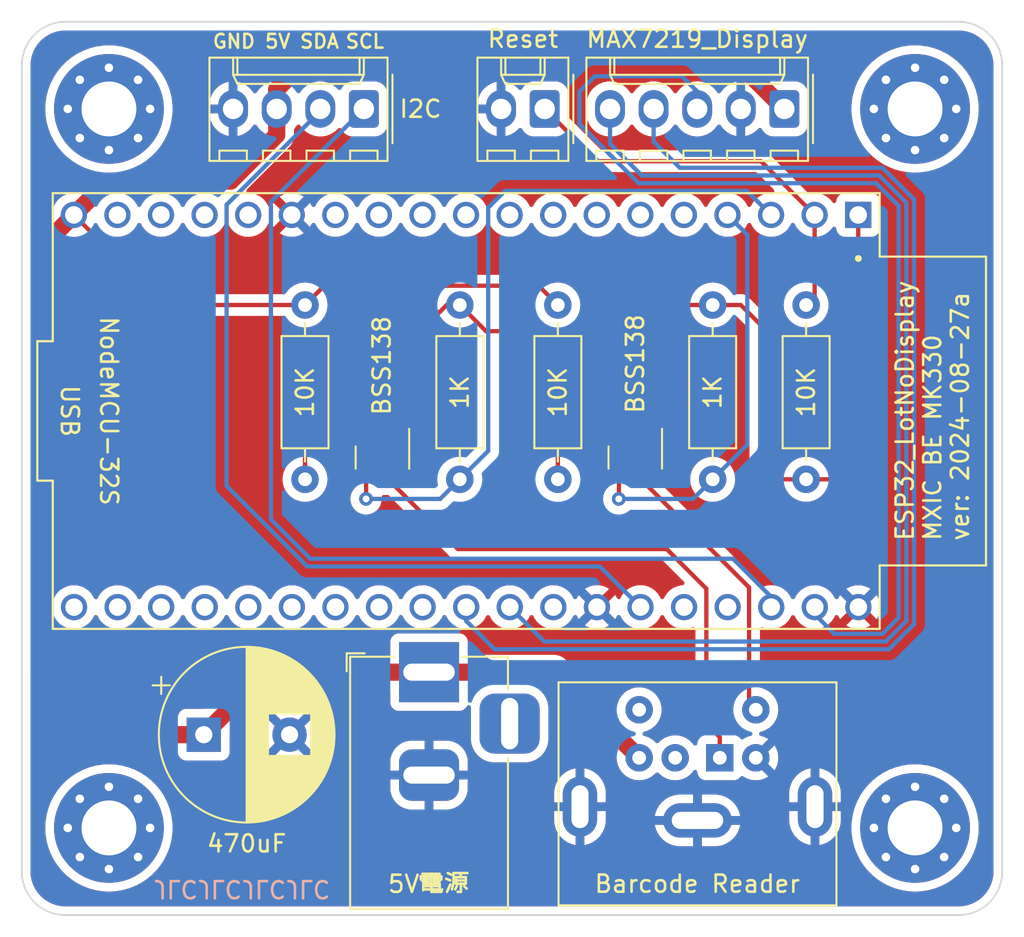
<source format=kicad_pcb>
(kicad_pcb (version 20211014) (generator pcbnew)
  (layers (0 "F.Cu" signal) (31 "B.Cu" signal) (34 "B.Paste" user) (35 "F.Paste" user) (36 "B.SilkS" user "B.Silkscreen") (37 "F.SilkS" user "F.Silkscreen") (38 "B.Mask" user) (39 "F.Mask" user) (44 "Edge.Cuts" user))
  (net 0 "")
  (net 1 "+5V")
  (net 2 "GND")
  (net 3 "DIN")
  (net 4 "CS")
  (net 5 "+3.3V")
  (net 6 "PS2-CLK")
  (net 7 "PS2-Data")
  (net 8 "EN")
  (net 16 "CLK")
  (net 18 "SCL")
  (net 19 "SDA")
  (net 22 "Net-(J1-Pad1)")
  (net 24 "Net-(J1-Pad5)")
  (footprint "MountingHole:MountingHole_3.2mm_M3_Pad_Via" (layer "F.Cu") (at 72.39 72.39)
    (fp_text reference "H3")
    (fp_text value "MountingHole" hide)
    (pad "1" thru_hole circle (at 1.697056 -1.697056) (size 0.8 0.8) (drill 0.5) (layers *.Cu *.Mask))
    (pad "1" thru_hole circle (at 0 -2.4) (size 0.8 0.8) (drill 0.5) (layers *.Cu *.Mask))
    (pad "1" thru_hole circle (at 0 0) (size 6.4 6.4) (drill 3.2) (layers *.Cu *.Mask))
    (pad "1" thru_hole circle (at -1.697056 -1.697056) (size 0.8 0.8) (drill 0.5) (layers *.Cu *.Mask))
    (pad "1" thru_hole circle (at -1.697056 1.697056) (size 0.8 0.8) (drill 0.5) (layers *.Cu *.Mask))
    (pad "1" thru_hole circle (at -2.4 0) (size 0.8 0.8) (drill 0.5) (layers *.Cu *.Mask))
    (pad "1" thru_hole circle (at 0 2.4) (size 0.8 0.8) (drill 0.5) (layers *.Cu *.Mask))
    (pad "1" thru_hole circle (at 1.697056 1.697056) (size 0.8 0.8) (drill 0.5) (layers *.Cu *.Mask))
    (pad "1" thru_hole circle (at 2.4 0) (size 0.8 0.8) (drill 0.5) (layers *.Cu *.Mask))
  )
  (footprint "Resistor_THT:R_Axial_DIN0207_L6.3mm_D2.5mm_P10.16mm_Horizontal" (layer "F.Cu") (at 66.04 41.91 -90)
    (fp_text reference "R8")
    (fp_text value "10K" (at 5.08 0 90) (layer "F.SilkS"))
    (pad "1" thru_hole circle (at 0 0 270) (size 1.6 1.6) (drill 0.8) (layers *.Cu *.Mask) (net 8 "EN"))
    (pad "2" thru_hole oval (at 10.16 0 270) (size 1.6 1.6) (drill 0.8) (layers *.Cu *.Mask) (net 5 "+3.3V"))
  )
  (footprint "Connector_Molex:Molex_KK-254_AE-6410-02A_1x02_P2.54mm_Vertical" (layer "F.Cu") (at 50.8 30.48 180)
    (fp_text reference "J4")
    (fp_text value "Reset" (at 1.27 4.08) (layer "F.SilkS"))
    (pad "1" thru_hole roundrect (at 0 0 180) (size 1.74 2.19) (drill 1.19) (layers *.Cu *.Mask) (roundrect_rratio 0.143678) (net 8 "EN"))
    (pad "2" thru_hole oval (at 2.54 0 180) (size 1.74 2.19) (drill 1.19) (layers *.Cu *.Mask) (net 2 "GND"))
  )
  (footprint "Connector_Molex:Molex_KK-254_AE-6410-04A_1x04_P2.54mm_Vertical" (layer "F.Cu") (at 40.259 30.48 180)
    (fp_text reference "J5")
    (fp_text value "I2C" (at -3.302 0) (layer "F.SilkS"))
    (pad "1" thru_hole roundrect (at 0 0 180) (size 1.74 2.19) (drill 1.19) (layers *.Cu *.Mask) (roundrect_rratio 0.143678) (net 18 "SCL"))
    (pad "2" thru_hole oval (at 2.54 0 180) (size 1.74 2.19) (drill 1.19) (layers *.Cu *.Mask) (net 19 "SDA"))
    (pad "3" thru_hole oval (at 5.08 0 180) (size 1.74 2.19) (drill 1.19) (layers *.Cu *.Mask) (net 1 "+5V"))
    (pad "4" thru_hole oval (at 7.62 0 180) (size 1.74 2.19) (drill 1.19) (layers *.Cu *.Mask) (net 2 "GND"))
  )
  (footprint "Resistor_THT:R_Axial_DIN0207_L6.3mm_D2.5mm_P10.16mm_Horizontal" (layer "F.Cu") (at 45.853332 41.91 -90)
    (fp_text reference "R5")
    (fp_text value "1K" (at 5.08 0 90) (layer "F.SilkS"))
    (pad "1" thru_hole circle (at 0 0 270) (size 1.6 1.6) (drill 0.8) (layers *.Cu *.Mask) (net 5 "+3.3V"))
    (pad "2" thru_hole oval (at 10.16 0 270) (size 1.6 1.6) (drill 0.8) (layers *.Cu *.Mask) (net 7 "PS2-Data"))
  )
  (footprint "Connector_BarrelJack:BarrelJack_Horizontal" (layer "F.Cu") (at 44.05887 63.31128 90)
    (fp_text reference "J3")
    (fp_text value "5V電源" (at -12.35 0 180) (layer "F.SilkS"))
    (pad "1" thru_hole rect (at 0 0 90) (size 3.5 3.5) (drill oval 1 3) (layers *.Cu *.Mask) (net 1 "+5V"))
    (pad "2" thru_hole roundrect (at -6 0 90) (size 3 3.5) (drill oval 1 3) (layers *.Cu *.Mask) (net 2 "GND"))
    (pad "3" thru_hole roundrect (at -3 4.7 90) (size 3.5 3.5) (drill oval 3 1) (layers *.Cu *.Mask))
  )
  (footprint "MountingHole:MountingHole_3.2mm_M3_Pad_Via" (layer "F.Cu") (at 25.4 30.48)
    (fp_text reference "H1")
    (fp_text value "MountingHole" hide)
    (pad "1" thru_hole circle (at 0 -2.4) (size 0.8 0.8) (drill 0.5) (layers *.Cu *.Mask))
    (pad "1" thru_hole circle (at 1.697056 1.697056) (size 0.8 0.8) (drill 0.5) (layers *.Cu *.Mask))
    (pad "1" thru_hole circle (at 2.4 0) (size 0.8 0.8) (drill 0.5) (layers *.Cu *.Mask))
    (pad "1" thru_hole circle (at -2.4 0) (size 0.8 0.8) (drill 0.5) (layers *.Cu *.Mask))
    (pad "1" thru_hole circle (at 1.697056 -1.697056) (size 0.8 0.8) (drill 0.5) (layers *.Cu *.Mask))
    (pad "1" thru_hole circle (at -1.697056 1.697056) (size 0.8 0.8) (drill 0.5) (layers *.Cu *.Mask))
    (pad "1" thru_hole circle (at 0 2.4) (size 0.8 0.8) (drill 0.5) (layers *.Cu *.Mask))
    (pad "1" thru_hole circle (at 0 0) (size 6.4 6.4) (drill 3.2) (layers *.Cu *.Mask))
    (pad "1" thru_hole circle (at -1.697056 -1.697056) (size 0.8 0.8) (drill 0.5) (layers *.Cu *.Mask))
  )
  (footprint "Package_TO_SOT_SMD:SOT-23" (layer "F.Cu") (at 56.079996 50.8 -90)
    (fp_text reference "Q1")
    (fp_text value "BSS138" (at -5.459847 0.001239 90) (layer "F.SilkS"))
    (pad "1" smd roundrect (at -0.9375 -0.95 270) (size 1.475 0.6) (layers "F.Cu" "F.Paste" "F.Mask") (net 5 "+3.3V"))
    (pad "2" smd roundrect (at -0.9375 0.95 270) (size 1.475 0.6) (layers "F.Cu" "F.Paste" "F.Mask") (net 6 "PS2-CLK"))
    (pad "3" smd roundrect (at 0.9375 0 270) (size 1.475 0.6) (layers "F.Cu" "F.Paste" "F.Mask") (net 24 "Net-(J1-Pad5)"))
  )
  (footprint "Library:Connector_Mini-DIN_Female_6Pin_2rows" (layer "F.Cu") (at 61.007541 68.302941)
    (fp_text reference "J1")
    (fp_text value "Barcode Reader" (at -1.31 7.35) (layer "F.SilkS"))
    (pad "1" thru_hole rect (at 0 0) (size 1.6 1.6) (drill 0.8) (layers *.Cu *.Mask) (net 22 "Net-(J1-Pad1)"))
    (pad "2" thru_hole circle (at -2.6 0) (size 1.6 1.6) (drill 0.8) (layers *.Cu *.Mask))
    (pad "3" thru_hole circle (at 2.1 0) (size 1.6 1.6) (drill 0.8) (layers *.Cu *.Mask) (net 2 "GND"))
    (pad "4" thru_hole circle (at -4.7 0) (size 1.6 1.6) (drill 0.8) (layers *.Cu *.Mask) (net 1 "+5V"))
    (pad "5" thru_hole circle (at 2.1 -2.8) (size 1.6 1.6) (drill 0.8) (layers *.Cu *.Mask) (net 24 "Net-(J1-Pad5)"))
    (pad "6" thru_hole circle (at -4.7 -2.8) (size 1.6 1.6) (drill 0.8) (layers *.Cu *.Mask))
    (pad "7" thru_hole oval (at -8.15 2.85) (size 2 3.5) (drill oval 1 2.5) (layers *.Cu *.Mask) (net 2 "GND"))
    (pad "7" thru_hole oval (at 5.55 2.85) (size 2 3.5) (drill oval 1 2.5) (layers *.Cu *.Mask) (net 2 "GND"))
    (pad "7" thru_hole oval (at -1.3 3.65) (size 4 2) (drill oval 3 1) (layers *.Cu *.Mask) (net 2 "GND"))
  )
  (footprint "MountingHole:MountingHole_3.2mm_M3_Pad_Via" (layer "F.Cu") (at 72.39 30.48)
    (fp_text reference "H2")
    (fp_text value "MountingHole" hide)
    (pad "1" thru_hole circle (at 1.697056 1.697056) (size 0.8 0.8) (drill 0.5) (layers *.Cu *.Mask))
    (pad "1" thru_hole circle (at 0 2.4) (size 0.8 0.8) (drill 0.5) (layers *.Cu *.Mask))
    (pad "1" thru_hole circle (at 0 -2.4) (size 0.8 0.8) (drill 0.5) (layers *.Cu *.Mask))
    (pad "1" thru_hole circle (at -2.4 0) (size 0.8 0.8) (drill 0.5) (layers *.Cu *.Mask))
    (pad "1" thru_hole circle (at 0 0) (size 6.4 6.4) (drill 3.2) (layers *.Cu *.Mask))
    (pad "1" thru_hole circle (at 1.697056 -1.697056) (size 0.8 0.8) (drill 0.5) (layers *.Cu *.Mask))
    (pad "1" thru_hole circle (at -1.697056 -1.697056) (size 0.8 0.8) (drill 0.5) (layers *.Cu *.Mask))
    (pad "1" thru_hole circle (at -1.697056 1.697056) (size 0.8 0.8) (drill 0.5) (layers *.Cu *.Mask))
    (pad "1" thru_hole circle (at 2.4 0) (size 0.8 0.8) (drill 0.5) (layers *.Cu *.Mask))
  )
  (footprint "Resistor_THT:R_Axial_DIN0207_L6.3mm_D2.5mm_P10.16mm_Horizontal" (layer "F.Cu") (at 36.83 41.91 -90)
    (fp_text reference "R4")
    (fp_text value "10K" (at 5.08 0 90) (layer "F.SilkS"))
    (pad "1" thru_hole circle (at 0 0 270) (size 1.6 1.6) (drill 0.8) (layers *.Cu *.Mask) (net 1 "+5V"))
    (pad "2" thru_hole oval (at 10.16 0 270) (size 1.6 1.6) (drill 0.8) (layers *.Cu *.Mask) (net 22 "Net-(J1-Pad1)"))
  )
  (footprint "Resistor_THT:R_Axial_DIN0207_L6.3mm_D2.5mm_P10.16mm_Horizontal" (layer "F.Cu") (at 51.56833 41.91 -90)
    (fp_text reference "R2")
    (fp_text value "10K" (at 5.08 0 90) (layer "F.SilkS"))
    (pad "1" thru_hole circle (at 0 0 270) (size 1.6 1.6) (drill 0.8) (layers *.Cu *.Mask) (net 1 "+5V"))
    (pad "2" thru_hole oval (at 10.16 0 270) (size 1.6 1.6) (drill 0.8) (layers *.Cu *.Mask) (net 24 "Net-(J1-Pad5)"))
  )
  (footprint "Package_TO_SOT_SMD:SOT-23" (layer "F.Cu") (at 41.341666 50.8 -90)
    (fp_text reference "Q2")
    (fp_text value "BSS138" (at -5.356691 0.035864 90) (layer "F.SilkS"))
    (pad "1" smd roundrect (at -0.9375 -0.95 270) (size 1.475 0.6) (layers "F.Cu" "F.Paste" "F.Mask") (net 5 "+3.3V"))
    (pad "2" smd roundrect (at -0.9375 0.95 270) (size 1.475 0.6) (layers "F.Cu" "F.Paste" "F.Mask") (net 7 "PS2-Data"))
    (pad "3" smd roundrect (at 0.9375 0 270) (size 1.475 0.6) (layers "F.Cu" "F.Paste" "F.Mask") (net 22 "Net-(J1-Pad1)"))
  )
  (footprint "Capacitor_THT:CP_Radial_D10.0mm_P5.00mm" (layer "F.Cu") (at 30.927924 66.955043)
    (fp_text reference "C1")
    (fp_text value "470uF" (at 2.5 6.35) (layer "F.SilkS"))
    (pad "1" thru_hole rect (at 0 0) (size 2 2) (drill 1) (layers *.Cu *.Mask) (net 1 "+5V"))
    (pad "2" thru_hole circle (at 5 0) (size 2 2) (drill 1) (layers *.Cu *.Mask) (net 2 "GND"))
  )
  (footprint "MountingHole:MountingHole_3.2mm_M3_Pad_Via" (layer "F.Cu") (at 25.4 72.39)
    (fp_text reference "H4")
    (fp_text value "MountingHole" hide)
    (pad "1" thru_hole circle (at -1.697056 -1.697056) (size 0.8 0.8) (drill 0.5) (layers *.Cu *.Mask))
    (pad "1" thru_hole circle (at 2.4 0) (size 0.8 0.8) (drill 0.5) (layers *.Cu *.Mask))
    (pad "1" thru_hole circle (at 1.697056 -1.697056) (size 0.8 0.8) (drill 0.5) (layers *.Cu *.Mask))
    (pad "1" thru_hole circle (at 0 -2.4) (size 0.8 0.8) (drill 0.5) (layers *.Cu *.Mask))
    (pad "1" thru_hole circle (at -1.697056 1.697056) (size 0.8 0.8) (drill 0.5) (layers *.Cu *.Mask))
    (pad "1" thru_hole circle (at 1.697056 1.697056) (size 0.8 0.8) (drill 0.5) (layers *.Cu *.Mask))
    (pad "1" thru_hole circle (at 0 0) (size 6.4 6.4) (drill 3.2) (layers *.Cu *.Mask))
    (pad "1" thru_hole circle (at -2.4 0) (size 0.8 0.8) (drill 0.5) (layers *.Cu *.Mask))
    (pad "1" thru_hole circle (at 0 2.4) (size 0.8 0.8) (drill 0.5) (layers *.Cu *.Mask))
  )
  (footprint "Connector_Molex:Molex_KK-254_AE-6410-05A_1x05_P2.54mm_Vertical" (layer "F.Cu") (at 64.77 30.48 180)
    (fp_text reference "J2")
    (fp_text value "MAX7219_Display" (at 5.08 4.08) (layer "F.SilkS"))
    (pad "1" thru_hole roundrect (at 0 0 180) (size 1.74 2.19) (drill 1.19) (layers *.Cu *.Mask) (roundrect_rratio 0.143678) (net 1 "+5V"))
    (pad "2" thru_hole oval (at 2.54 0 180) (size 1.74 2.19) (drill 1.19) (layers *.Cu *.Mask) (net 2 "GND"))
    (pad "3" thru_hole oval (at 5.08 0 180) (size 1.74 2.19) (drill 1.19) (layers *.Cu *.Mask) (net 3 "DIN"))
    (pad "4" thru_hole oval (at 7.62 0 180) (size 1.74 2.19) (drill 1.19) (layers *.Cu *.Mask) (net 4 "CS"))
    (pad "5" thru_hole oval (at 10.16 0 180) (size 1.74 2.19) (drill 1.19) (layers *.Cu *.Mask) (net 16 "CLK"))
  )
  (footprint "Library:MODULE_ESP32-DEVKITC" (layer "F.Cu") (at 46.225475 48.088806 -90)
    (fp_text reference "U2")
    (fp_text value "NodeMCU-32S" hide)
    (pad "1" thru_hole rect (at -11.43 -22.85 270) (size 1.53 1.53) (drill 1.02) (layers *.Cu *.Mask) (net 5 "+3.3V"))
    (pad "2" thru_hole circle (at -11.43 -20.31 270) (size 1.53 1.53) (drill 1.02) (layers *.Cu *.Mask) (net 8 "EN"))
    (pad "3" thru_hole circle (at -11.43 -17.77 270) (size 1.53 1.53) (drill 1.02) (layers *.Cu *.Mask) (net 7 "PS2-Data"))
    (pad "4" thru_hole circle (at -11.43 -15.23 270) (size 1.53 1.53) (drill 1.02) (layers *.Cu *.Mask) (net 6 "PS2-CLK"))
    (pad "5" thru_hole circle (at -11.43 -12.69 270) (size 1.53 1.53) (drill 1.02) (layers *.Cu *.Mask))
    (pad "6" thru_hole circle (at -11.43 -10.15 270) (size 1.53 1.53) (drill 1.02) (layers *.Cu *.Mask))
    (pad "7" thru_hole circle (at -11.43 -7.61 270) (size 1.53 1.53) (drill 1.02) (layers *.Cu *.Mask))
    (pad "8" thru_hole circle (at -11.43 -5.07 270) (size 1.53 1.53) (drill 1.02) (layers *.Cu *.Mask))
    (pad "9" thru_hole circle (at -11.43 -2.53 270) (size 1.53 1.53) (drill 1.02) (layers *.Cu *.Mask))
    (pad "10" thru_hole circle (at -11.43 0.01 270) (size 1.53 1.53) (drill 1.02) (layers *.Cu *.Mask))
    (pad "11" thru_hole circle (at -11.43 2.55 270) (size 1.53 1.53) (drill 1.02) (layers *.Cu *.Mask))
    (pad "12" thru_hole circle (at -11.43 5.09 270) (size 1.53 1.53) (drill 1.02) (layers *.Cu *.Mask))
    (pad "13" thru_hole circle (at -11.43 7.63 270) (size 1.53 1.53) (drill 1.02) (layers *.Cu *.Mask))
    (pad "14" thru_hole circle (at -11.43 10.17 270) (size 1.53 1.53) (drill 1.02) (layers *.Cu *.Mask) (net 2 "GND"))
    (pad "15" thru_hole circle (at -11.43 12.71 270) (size 1.53 1.53) (drill 1.02) (layers *.Cu *.Mask))
    (pad "16" thru_hole circle (at -11.43 15.25 270) (size 1.53 1.53) (drill 1.02) (layers *.Cu *.Mask))
    (pad "17" thru_hole circle (at -11.43 17.79 270) (size 1.53 1.53) (drill 1.02) (layers *.Cu *.Mask))
    (pad "18" thru_hole circle (at -11.43 20.33 270) (size 1.53 1.53) (drill 1.02) (layers *.Cu *.Mask))
    (pad "19" thru_hole circle (at -11.43 22.87 270) (size 1.53 1.53) (drill 1.02) (layers *.Cu *.Mask) (net 1 "+5V"))
    (pad "20" thru_hole circle (at 11.43 22.86 270) (size 1.53 1.53) (drill 1.02) (layers *.Cu *.Mask))
    (pad "21" thru_hole circle (at 11.43 20.32 270) (size 1.53 1.53) (drill 1.02) (layers *.Cu *.Mask))
    (pad "22" thru_hole circle (at 11.43 17.78 270) (size 1.53 1.53) (drill 1.02) (layers *.Cu *.Mask))
    (pad "23" thru_hole circle (at 11.43 15.24 270) (size 1.53 1.53) (drill 1.02) (layers *.Cu *.Mask))
    (pad "24" thru_hole circle (at 11.43 12.7 270) (size 1.53 1.53) (drill 1.02) (layers *.Cu *.Mask))
    (pad "25" thru_hole circle (at 11.43 10.16 270) (size 1.53 1.53) (drill 1.02) (layers *.Cu *.Mask))
    (pad "26" thru_hole circle (at 11.43 7.62 270) (size 1.53 1.53) (drill 1.02) (layers *.Cu *.Mask))
    (pad "27" thru_hole circle (at 11.43 5.08 270) (size 1.53 1.53) (drill 1.02) (layers *.Cu *.Mask))
    (pad "28" thru_hole circle (at 11.43 2.54 270) (size 1.53 1.53) (drill 1.02) (layers *.Cu *.Mask))
    (pad "29" thru_hole circle (at 11.43 0 270) (size 1.53 1.53) (drill 1.02) (layers *.Cu *.Mask) (net 4 "CS"))
    (pad "30" thru_hole circle (at 11.43 -2.54 270) (size 1.53 1.53) (drill 1.02) (layers *.Cu *.Mask) (net 16 "CLK"))
    (pad "31" thru_hole circle (at 11.43 -5.08 270) (size 1.53 1.53) (drill 1.02) (layers *.Cu *.Mask))
    (pad "32" thru_hole circle (at 11.43 -7.62 270) (size 1.53 1.53) (drill 1.02) (layers *.Cu *.Mask) (net 2 "GND"))
    (pad "33" thru_hole circle (at 11.43 -10.16 270) (size 1.53 1.53) (drill 1.02) (layers *.Cu *.Mask) (net 19 "SDA"))
    (pad "34" thru_hole circle (at 11.43 -12.7 270) (size 1.53 1.53) (drill 1.02) (layers *.Cu *.Mask))
    (pad "35" thru_hole circle (at 11.43 -15.24 270) (size 1.53 1.53) (drill 1.02) (layers *.Cu *.Mask))
    (pad "36" thru_hole circle (at 11.43 -17.78 270) (size 1.53 1.53) (drill 1.02) (layers *.Cu *.Mask) (net 18 "SCL"))
    (pad "37" thru_hole circle (at 11.43 -20.32 270) (size 1.53 1.53) (drill 1.02) (layers *.Cu *.Mask) (net 3 "DIN"))
    (pad "38" thru_hole circle (at 11.43 -22.86 270) (size 1.53 1.53) (drill 1.02) (layers *.Cu *.Mask) (net 2 "GND"))
  )
  (footprint "Resistor_THT:R_Axial_DIN0207_L6.3mm_D2.5mm_P10.16mm_Horizontal" (layer "F.Cu") (at 60.591662 41.91 -90)
    (fp_text reference "R3")
    (fp_text value "1K" (at 5.08 0 90) (layer "F.SilkS"))
    (pad "1" thru_hole circle (at 0 0 270) (size 1.6 1.6) (drill 0.8) (layers *.Cu *.Mask) (net 5 "+3.3V"))
    (pad "2" thru_hole oval (at 10.16 0 270) (size 1.6 1.6) (drill 0.8) (layers *.Cu *.Mask) (net 6 "PS2-CLK"))
  )
  (gr_arc (start 20.32 27.94) (mid 21.063949 26.143949) (end 22.86 25.4) (layer "Edge.Cuts") (width 0.1))
  (gr_line (start 22.86 25.4) (end 74.93 25.4) (layer "Edge.Cuts") (width 0.1))
  (gr_arc (start 77.47 74.93) (mid 76.726051 76.726051) (end 74.93 77.47) (layer "Edge.Cuts") (width 0.1))
  (gr_arc (start 22.86 77.47) (mid 21.063949 76.726051) (end 20.32 74.93) (layer "Edge.Cuts") (width 0.1))
  (gr_line (start 74.93 77.47) (end 22.86 77.47) (layer "Edge.Cuts") (width 0.1))
  (gr_line (start 20.32 74.93) (end 20.32 27.94) (layer "Edge.Cuts") (width 0.1))
  (gr_arc (start 74.93 25.4) (mid 76.726051 26.143949) (end 77.47 27.94) (layer "Edge.Cuts") (width 0.1))
  (gr_line (start 77.47 27.94) (end 77.47 74.93) (layer "Edge.Cuts") (width 0.1))
  (gr_text "JLCJLCJLCJLC" (at 33.147 75.946 180) (layer "B.SilkS") (effects (font (size 1 1)) (justify mirror)))
  (gr_text "NodeMCU-32S" (at 25.4 48.088806 270) (layer "F.SilkS") (effects (font (size 1 1))))
  (gr_text "ESP32_LotNoDisplay\nMXIC BE MK330\nver: 2024-08-27a\n" (at 73.406 55.735235 90) (layer "F.SilkS") (effects (font (size 1 1)) (justify left)))
  (gr_text "SCL\n" (at 39.116 26.543) (layer "F.SilkS") (effects (font (size 0.8 0.8)) (justify left)))
  (gr_text "GND" (at 31.369 26.543) (layer "F.SilkS") (effects (font (size 0.8 0.8)) (justify left)))
  (gr_text "5V" (at 34.417 26.543) (layer "F.SilkS") (effects (font (size 0.8 0.8)) (justify left)))
  (gr_text "SDA" (at 36.449 26.543) (layer "F.SilkS") (effects (font (size 0.8 0.8)) (justify left)))
  (gr_text "USB" (at 23.114 48.088806 270) (layer "F.SilkS") (effects (font (size 1 1))))
  (segment (start 36.83 41.91) (end 28.606669 41.91) (width 0.25) (layer "F.Cu") (net 1))
  (segment (start 32.496529 34.686471) (end 35.179 32.004) (width 1) (layer "F.Cu") (net 1))
  (segment (start 21.452799 62.092799) (end 21.452799 38.561482) (width 1) (layer "F.Cu") (net 1))
  (segment (start 35.179 29.337) (end 37.846 26.67) (width 1) (layer "F.Cu") (net 1))
  (segment (start 28.606669 41.91) (end 23.355475 36.658806) (width 0.25) (layer "F.Cu") (net 1))
  (segment (start 37.846 26.67) (end 60.96 26.67) (width 1) (layer "F.Cu") (net 1))
  (segment (start 23.355475 36.658806) (end 25.32781 34.686471) (width 1) (layer "F.Cu") (net 1))
  (segment (start 21.452799 38.561482) (end 23.355475 36.658806) (width 1) (layer "F.Cu") (net 1))
  (segment (start 30.927924 66.955043) (end 26.315043 66.955043) (width 1) (layer "F.Cu") (net 1))
  (segment (start 35.179 32.004) (end 35.179 30.48) (width 1) (layer "F.Cu") (net 1))
  (segment (start 51.31588 63.31128) (end 56.307541 68.302941) (width 1) (layer "F.Cu") (net 1))
  (segment (start 44.05887 63.31128) (end 34.571687 63.31128) (width 1) (layer "F.Cu") (net 1))
  (segment (start 36.83 41.91) (end 37.955 40.785) (width 0.25) (layer "F.Cu") (net 1))
  (segment (start 25.32781 34.686471) (end 32.496529 34.686471) (width 1) (layer "F.Cu") (net 1))
  (segment (start 44.05887 63.31128) (end 51.31588 63.31128) (width 1) (layer "F.Cu") (net 1))
  (segment (start 37.955 40.785) (end 50.44333 40.785) (width 0.25) (layer "F.Cu") (net 1))
  (segment (start 35.179 30.48) (end 35.179 29.337) (width 1) (layer "F.Cu") (net 1))
  (segment (start 26.315043 66.955043) (end 21.452799 62.092799) (width 1) (layer "F.Cu") (net 1))
  (segment (start 50.44333 40.785) (end 51.56833 41.91) (width 0.25) (layer "F.Cu") (net 1))
  (segment (start 60.96 26.67) (end 64.77 30.48) (width 1) (layer "F.Cu") (net 1))
  (segment (start 34.571687 63.31128) (end 30.927924 66.955043) (width 1) (layer "F.Cu") (net 1))
  (segment (start 70.493208 61.076) (end 67.68 61.076) (width 0.25) (layer "B.Cu") (net 3))
  (segment (start 56.272 34.809) (end 70.113604 34.809) (width 0.25) (layer "B.Cu") (net 3))
  (segment (start 52.832 29.464) (end 52.832 31.369) (width 0.25) (layer "B.Cu") (net 3))
  (segment (start 53.721 28.575) (end 52.832 29.464) (width 0.25) (layer "B.Cu") (net 3))
  (segment (start 59.69 30.48) (end 59.69 29.464) (width 0.25) (layer "B.Cu") (net 3))
  (segment (start 71.432 36.127396) (end 71.432 60.137208) (width 0.25) (layer "B.Cu") (net 3))
  (segment (start 59.69 29.464) (end 58.801 28.575) (width 0.25) (layer "B.Cu") (net 3))
  (segment (start 70.113604 34.809) (end 71.432 36.127396) (width 0.25) (layer "B.Cu") (net 3))
  (segment (start 66.545475 59.941475) (end 66.545475 59.518806) (width 0.25) (layer "B.Cu") (net 3))
  (segment (start 58.801 28.575) (end 53.721 28.575) (width 0.25) (layer "B.Cu") (net 3))
  (segment (start 67.68 61.076) (end 66.545475 59.941475) (width 0.25) (layer "B.Cu") (net 3))
  (segment (start 71.432 60.137208) (end 70.493208 61.076) (width 0.25) (layer "B.Cu") (net 3))
  (segment (start 52.832 31.369) (end 56.272 34.809) (width 0.25) (layer "B.Cu") (net 3))
  (segment (start 57.15 32.383604) (end 58.675396 33.909) (width 0.25) (layer "B.Cu") (net 4))
  (segment (start 72.332 35.754604) (end 72.332 60.51) (width 0.25) (layer "B.Cu") (net 4))
  (segment (start 72.332 60.51) (end 70.866 61.976) (width 0.25) (layer "B.Cu") (net 4))
  (segment (start 58.675396 33.909) (end 70.486396 33.909) (width 0.25) (layer "B.Cu") (net 4))
  (segment (start 70.486396 33.909) (end 72.332 35.754604) (width 0.25) (layer "B.Cu") (net 4))
  (segment (start 70.866 61.976) (end 47.879 61.976) (width 0.25) (layer "B.Cu") (net 4))
  (segment (start 46.225475 60.322475) (end 46.225475 59.518806) (width 0.25) (layer "B.Cu") (net 4))
  (segment (start 57.15 30.48) (end 57.15 32.383604) (width 0.25) (layer "B.Cu") (net 4))
  (segment (start 47.879 61.976) (end 46.225475 60.322475) (width 0.25) (layer "B.Cu") (net 4))
  (segment (start 42.291666 44.703334) (end 45.085 41.91) (width 0.25) (layer "F.Cu") (net 5))
  (segment (start 58.547 41.91) (end 60.591662 41.91) (width 0.25) (layer "F.Cu") (net 5))
  (segment (start 63.373 51.435) (end 64.008 52.07) (width 0.25) (layer "F.Cu") (net 5))
  (segment (start 57.023 43.434) (end 58.547 41.91) (width 0.25) (layer "F.Cu") (net 5))
  (segment (start 57.029996 43.427004) (end 58.547 41.91) (width 0.25) (layer "F.Cu") (net 5))
  (segment (start 57.029996 49.8625) (end 57.029996 43.427004) (width 0.25) (layer "F.Cu") (net 5))
  (segment (start 63.373 43.053) (end 63.373 51.435) (width 0.25) (layer "F.Cu") (net 5))
  (segment (start 62.23 41.91) (end 63.373 43.053) (width 0.25) (layer "F.Cu") (net 5))
  (segment (start 45.853332 41.91) (end 47.377332 43.434) (width 0.25) (layer "F.Cu") (net 5))
  (segment (start 69.075475 51.066525) (end 69.075475 36.658806) (width 0.25) (layer "F.Cu") (net 5))
  (segment (start 64.008 52.07) (end 66.04 52.07) (width 0.25) (layer "F.Cu") (net 5))
  (segment (start 60.591662 41.91) (end 62.23 41.91) (width 0.25) (layer "F.Cu") (net 5))
  (segment (start 68.072 52.07) (end 69.075475 51.066525) (width 0.25) (layer "F.Cu") (net 5))
  (segment (start 66.04 52.07) (end 68.072 52.07) (width 0.25) (layer "F.Cu") (net 5))
  (segment (start 45.085 41.91) (end 45.853332 41.91) (width 0.25) (layer "F.Cu") (net 5))
  (segment (start 42.291666 49.8625) (end 42.291666 44.703334) (width 0.25) (layer "F.Cu") (net 5))
  (segment (start 47.377332 43.434) (end 57.023 43.434) (width 0.25) (layer "F.Cu") (net 5))
  (segment (start 55.129996 53.201004) (end 55.118 53.213) (width 0.25) (layer "F.Cu") (net 6))
  (segment (start 55.129996 49.8625) (end 55.129996 53.201004) (width 0.25) (layer "F.Cu") (net 6))
  (via (at 55.118 53.213) (size 0.8) (drill 0.4) (layers "F.Cu" "B.Cu") (net 6))
  (segment (start 61.455475 36.658806) (end 62.611 37.814331) (width 0.25) (layer "B.Cu") (net 6))
  (segment (start 59.448662 53.213) (end 60.591662 52.07) (width 0.25) (layer "B.Cu") (net 6))
  (segment (start 55.118 53.213) (end 59.448662 53.213) (width 0.25) (layer "B.Cu") (net 6))
  (segment (start 62.611 50.050662) (end 60.591662 52.07) (width 0.25) (layer "B.Cu") (net 6))
  (segment (start 62.611 37.814331) (end 62.611 50.050662) (width 0.25) (layer "B.Cu") (net 6))
  (segment (start 40.391666 49.8625) (end 40.391666 53.207334) (width 0.25) (layer "F.Cu") (net 7))
  (segment (start 40.391666 53.207334) (end 40.386 53.213) (width 0.25) (layer "F.Cu") (net 7))
  (via (at 40.386 53.213) (size 0.8) (drill 0.4) (layers "F.Cu" "B.Cu") (net 7))
  (segment (start 43.688 53.213) (end 44.710332 53.213) (width 0.25) (layer "B.Cu") (net 7))
  (segment (start 40.386 53.213) (end 43.688 53.213) (width 0.25) (layer "B.Cu") (net 7))
  (segment (start 48.483952 35.259) (end 47.508766 36.234186) (width 0.25) (layer "B.Cu") (net 7))
  (segment (start 44.710332 53.213) (end 45.853332 52.07) (width 0.25) (layer "B.Cu") (net 7))
  (segment (start 62.595669 35.259) (end 48.483952 35.259) (width 0.25) (layer "B.Cu") (net 7))
  (segment (start 63.995475 36.658806) (end 62.595669 35.259) (width 0.25) (layer "B.Cu") (net 7))
  (segment (start 47.508766 36.234186) (end 47.508766 50.414566) (width 0.25) (layer "B.Cu") (net 7))
  (segment (start 47.508766 50.414566) (end 45.853332 52.07) (width 0.25) (layer "B.Cu") (net 7))
  (segment (start 66.535475 41.414525) (end 66.04 41.91) (width 0.25) (layer "F.Cu") (net 8))
  (segment (start 63.404669 33.528) (end 66.535475 36.658806) (width 0.25) (layer "F.Cu") (net 8))
  (segment (start 53.848 33.528) (end 63.404669 33.528) (width 0.25) (layer "F.Cu") (net 8))
  (segment (start 66.535475 36.658806) (end 66.535475 41.414525) (width 0.25) (layer "F.Cu") (net 8))
  (segment (start 50.8 30.48) (end 53.848 33.528) (width 0.25) (layer "F.Cu") (net 8))
  (segment (start 54.61 32.510604) (end 56.458396 34.359) (width 0.25) (layer "B.Cu") (net 16))
  (segment (start 71.882 35.941) (end 71.882 60.323604) (width 0.25) (layer "B.Cu") (net 16))
  (segment (start 70.679604 61.526) (end 50.772669 61.526) (width 0.25) (layer "B.Cu") (net 16))
  (segment (start 71.882 60.323604) (end 70.679604 61.526) (width 0.25) (layer "B.Cu") (net 16))
  (segment (start 50.772669 61.526) (end 48.765475 59.518806) (width 0.25) (layer "B.Cu") (net 16))
  (segment (start 56.458396 34.359) (end 70.3 34.359) (width 0.25) (layer "B.Cu") (net 16))
  (segment (start 70.3 34.359) (end 71.882 35.941) (width 0.25) (layer "B.Cu") (net 16))
  (segment (start 54.61 30.48) (end 54.61 32.510604) (width 0.25) (layer "B.Cu") (net 16))
  (segment (start 61.78 56.7) (end 64.005475 58.925475) (width 0.25) (layer "B.Cu") (net 18))
  (segment (start 34.842262 54.400262) (end 37.142 56.7) (width 0.25) (layer "B.Cu") (net 18))
  (segment (start 34.842262 35.896738) (end 34.842262 54.400262) (width 0.25) (layer "B.Cu") (net 18))
  (segment (start 40.259 30.48) (end 34.842262 35.896738) (width 0.25) (layer "B.Cu") (net 18))
  (segment (start 37.142 56.7) (end 61.78 56.7) (width 0.25) (layer "B.Cu") (net 18))
  (segment (start 64.005475 58.925475) (end 64.005475 59.518806) (width 0.25) (layer "B.Cu") (net 18))
  (segment (start 32.258 36.068) (end 37.719 30.607) (width 0.25) (layer "B.Cu") (net 19))
  (segment (start 54.016669 57.15) (end 36.955604 57.15) (width 0.25) (layer "B.Cu") (net 19))
  (segment (start 36.955604 57.15) (end 32.258 52.452396) (width 0.25) (layer "B.Cu") (net 19))
  (segment (start 56.385475 59.518806) (end 54.016669 57.15) (width 0.25) (layer "B.Cu") (net 19))
  (segment (start 32.258 52.452396) (end 32.258 36.068) (width 0.25) (layer "B.Cu") (net 19))
  (segment (start 37.719 30.607) (end 37.719 30.48) (width 0.25) (layer "B.Cu") (net 19))
  (segment (start 40.005 47.244) (end 38.354 47.244) (width 0.25) (layer "F.Cu") (net 22))
  (segment (start 61.007541 67.103541) (end 60.223526 66.319526) (width 0.25) (layer "F.Cu") (net 22))
  (segment (start 61.007541 68.302941) (end 61.007541 67.103541) (width 0.25) (layer "F.Cu") (net 22))
  (segment (start 60.223526 66.319526) (end 60.223526 58.445526) (width 0.25) (layer "F.Cu") (net 22))
  (segment (start 38.354 47.244) (end 36.83 48.768) (width 0.25) (layer "F.Cu") (net 22))
  (segment (start 60.223526 58.445526) (end 57.912 56.134) (width 0.25) (layer "F.Cu") (net 22))
  (segment (start 45.738166 56.134) (end 41.341666 51.7375) (width 0.25) (layer "F.Cu") (net 22))
  (segment (start 57.912 56.134) (end 45.738166 56.134) (width 0.25) (layer "F.Cu") (net 22))
  (segment (start 41.341666 48.580666) (end 40.005 47.244) (width 0.25) (layer "F.Cu") (net 22))
  (segment (start 36.83 48.768) (end 36.83 52.07) (width 0.25) (layer "F.Cu") (net 22))
  (segment (start 41.341666 51.7375) (end 41.341666 48.580666) (width 0.25) (layer "F.Cu") (net 22))
  (segment (start 62.714041 58.371545) (end 56.079996 51.7375) (width 0.25) (layer "F.Cu") (net 24))
  (segment (start 56.079996 51.7375) (end 56.079996 48.332996) (width 0.25) (layer "F.Cu") (net 24))
  (segment (start 51.56833 48.25367) (end 51.56833 52.07) (width 0.25) (layer "F.Cu") (net 24))
  (segment (start 62.714041 65.109441) (end 62.714041 58.371545) (width 0.25) (layer "F.Cu") (net 24))
  (segment (start 52.705 47.117) (end 51.56833 48.25367) (width 0.25) (layer "F.Cu") (net 24))
  (segment (start 63.107541 65.502941) (end 62.714041 65.109441) (width 0.25) (layer "F.Cu") (net 24))
  (segment (start 56.079996 48.332996) (end 54.864 47.117) (width 0.25) (layer "F.Cu") (net 24))
  (segment (start 54.864 47.117) (end 52.705 47.117) (width 0.25) (layer "F.Cu") (net 24))
  (zone (net 2) (net_name "GND") (layers F&B.Cu) (connect_pads (clearance 0.508)) (min_thickness 0.254) (fill yes (thermal_gap 0.508) (thermal_bridge_width 0.508))
    (polygon (pts (xy 78.74 78.74) (xy 19.05 78.74) (xy 19.05 24.13) (xy 78.74 24.13)))
  )
)
</source>
